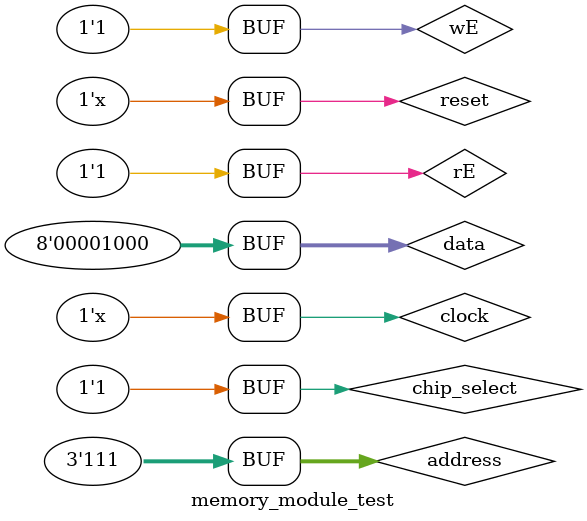
<source format=v>
`timescale 1ns / 1ps

module memory_module_test();
    reg [7:0] data;
    reg [2:0] address;
    reg chip_select;
    reg reset;
    reg rE;
    reg wE;
    reg clock;
    wire [7:0] dataOut;
    
    memory_module uut(data, address, chip_select, reset, rE, wE, clock, dataOut);
    
    initial begin
        data = 8'd1; address = 3'd0; chip_select = 1; rE = 0; wE = 1; reset = 0; clock = 0; #125; 
        data = 8'd2; address = 3'd1; chip_select = 1; rE = 1; wE = 0; #125;
        data = 8'd3; address = 3'd2; chip_select = 0; rE = 1; wE = 0; #125;
        data = 8'd4; address = 3'd3; chip_select = 0; rE = 0; wE = 1; #125;
        data = 8'd5; address = 3'd4; chip_select = 1; rE = 1; wE = 0; #125;
        data = 8'd6; address = 3'd5; chip_select = 1; rE = 1; wE = 1; #125;
        data = 8'd7; address = 3'd6; chip_select = 1; rE = 1; wE = 0; #125;
        data = 8'd8; address = 3'd7; chip_select = 1; rE = 1; wE = 1; #125;
    end
    
    always begin
        clock <= ~clock; #50;
    end
    
    always begin
        reset <= ~reset; #100;
    end
endmodule

</source>
